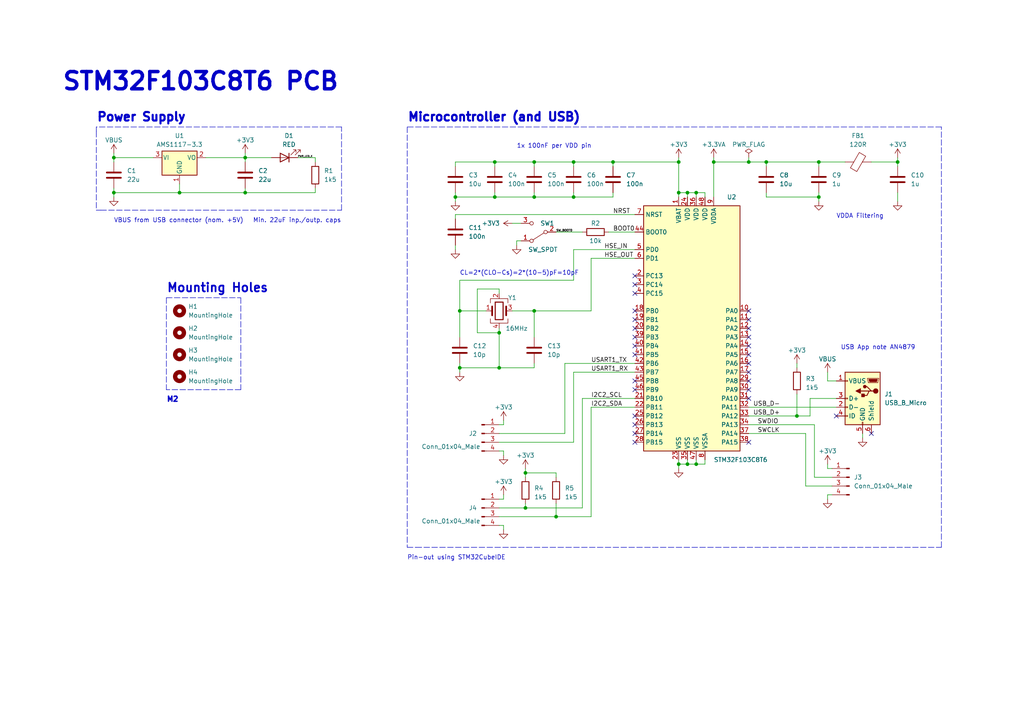
<source format=kicad_sch>
(kicad_sch (version 20211123) (generator eeschema)
  (paper "A4")
  (title_block (title "Udemy STM32 Demo PCB") (date "2022-01-29") (rev "0.1") (company "Phil's Lab"))
  (lib_symbols
    (symbol "Connector:Conn_01x04_Male" (pin_names (offset 1.016) hide)
      (property "Reference" "J" (at 0 5.08 0))
      (property "Value" "Conn_01x04_Male" (at 0 -7.62 0))
      (symbol "Conn_01x04_Male_1_1"
        (polyline (pts (xy 1.27 -5.08) (xy 0.8636 -5.08)) (stroke (width 0.1524)))
        (polyline (pts (xy 1.27 -2.54) (xy 0.8636 -2.54)) (stroke (width 0.1524)))
        (polyline (pts (xy 1.27 0) (xy 0.8636 0)) (stroke (width 0.1524)))
        (polyline (pts (xy 1.27 2.54) (xy 0.8636 2.54)) (stroke (width 0.1524)))
        (rectangle (start 0.8636 -4.953) (end 0 -5.207) (stroke (width 0.1524)) (fill (type outline)))
        (rectangle (start 0.8636 -2.413) (end 0 -2.667) (stroke (width 0.1524)) (fill (type outline)))
        (rectangle (start 0.8636 0.127) (end 0 -0.127) (stroke (width 0.1524)) (fill (type outline)))
        (rectangle (start 0.8636 2.667) (end 0 2.413) (stroke (width 0.1524)) (fill (type outline)))
        (pin passive line (at 5.08 2.54 180) (length 3.81) (name "Pin_1") (number "1"))
        (pin passive line (at 5.08 0 180) (length 3.81) (name "Pin_2") (number "2"))
        (pin passive line (at 5.08 -2.54 180) (length 3.81) (name "Pin_3") (number "3"))
        (pin passive line (at 5.08 -5.08 180) (length 3.81) (name "Pin_4") (number "4"))
      )
    )
    (symbol "Connector:USB_B_Micro" (pin_names (offset 1.016))
      (property "Reference" "J" (at -5.08 11.43 0))
      (property "Value" "USB_B_Micro" (at -5.08 8.89 0))
      (symbol "USB_B_Micro_0_1"
        (rectangle (start -5.08 -7.62) (end 5.08 7.62) (stroke (width 0.254)) (fill (type background)))
        (circle (center -3.81 2.159) (radius 0.635) (stroke (width 0.254)) (fill (type outline)))
        (circle (center -0.635 3.429) (radius 0.381) (stroke (width 0.254)) (fill (type outline)))
        (rectangle (start -0.127 -7.62) (end 0.127 -6.858))
        (polyline (pts (xy -1.905 2.159) (xy 0.635 2.159)) (stroke (width 0.254)))
        (polyline (pts (xy -3.175 2.159) (xy -2.54 2.159) (xy -1.27 3.429) (xy -0.635 3.429)) (stroke (width 0.254)))
        (polyline (pts (xy -2.54 2.159) (xy -1.905 2.159) (xy -1.27 0.889) (xy 0 0.889)) (stroke (width 0.254)))
        (polyline (pts (xy 0.635 2.794) (xy 0.635 1.524) (xy 1.905 2.159) (xy 0.635 2.794)) (stroke (width 0.254)) (fill (type outline)))
        (polyline (pts (xy -4.318 5.588) (xy -1.778 5.588) (xy -2.032 4.826) (xy -4.064 4.826) (xy -4.318 5.588)) (fill (type outline)))
        (polyline (pts (xy -4.699 5.842) (xy -4.699 5.588) (xy -4.445 4.826) (xy -4.445 4.572) (xy -1.651 4.572) (xy -1.651 4.826) (xy -1.397 5.588) (xy -1.397 5.842) (xy -4.699 5.842)))
        (rectangle (start 0.254 1.27) (end -0.508 0.508) (stroke (width 0.254)) (fill (type outline)))
        (rectangle (start 5.08 -5.207) (end 4.318 -4.953))
        (rectangle (start 5.08 -2.667) (end 4.318 -2.413))
        (rectangle (start 5.08 -0.127) (end 4.318 0.127))
        (rectangle (start 5.08 4.953) (end 4.318 5.207))
      )
      (symbol "USB_B_Micro_1_1"
        (pin power_out line (at 7.62 5.08 180) (length 2.54) (name "VBUS") (number "1"))
        (pin bidirectional line (at 7.62 -2.54 180) (length 2.54) (name "D-") (number "2"))
        (pin bidirectional line (at 7.62 0 180) (length 2.54) (name "D+") (number "3"))
        (pin passive line (at 7.62 -5.08 180) (length 2.54) (name "ID") (number "4"))
        (pin power_out line (at 0 -10.16 90) (length 2.54) (name "GND") (number "5"))
        (pin passive line (at -2.54 -10.16 90) (length 2.54) (name "Shield") (number "6"))
      )
    )
    (symbol "Device:C" (pin_numbers hide) (pin_names (offset 0.254))
      (property "Reference" "C" (at 0.635 2.54 0))
      (property "Value" "C" (at 0.635 -2.54 0))
      (symbol "C_0_1"
        (polyline (pts (xy -2.032 -0.762) (xy 2.032 -0.762)) (stroke (width 0.508)))
        (polyline (pts (xy -2.032 0.762) (xy 2.032 0.762)) (stroke (width 0.508)))
      )
      (symbol "C_1_1"
        (pin passive line (at 0 3.81 270) (length 2.794) (name "~") (number "1"))
        (pin passive line (at 0 -3.81 90) (length 2.794) (name "~") (number "2"))
      )
    )
    (symbol "Device:Crystal_GND24" (pin_names (offset 1.016) hide)
      (property "Reference" "Y" (at 3.175 5.08 0))
      (property "Value" "Crystal_GND24" (at 3.175 3.175 0))
      (symbol "Crystal_GND24_0_1"
        (rectangle (start -1.143 2.54) (end 1.143 -2.54) (stroke (width 0.3048)))
        (polyline (pts (xy -2.54 0) (xy -2.032 0)))
        (polyline (pts (xy -2.032 -1.27) (xy -2.032 1.27)) (stroke (width 0.508)))
        (polyline (pts (xy 0 -3.81) (xy 0 -3.556)))
        (polyline (pts (xy 0 3.556) (xy 0 3.81)))
        (polyline (pts (xy 2.032 -1.27) (xy 2.032 1.27)) (stroke (width 0.508)))
        (polyline (pts (xy 2.032 0) (xy 2.54 0)))
        (polyline (pts (xy -2.54 -2.286) (xy -2.54 -3.556) (xy 2.54 -3.556) (xy 2.54 -2.286)))
        (polyline (pts (xy -2.54 2.286) (xy -2.54 3.556) (xy 2.54 3.556) (xy 2.54 2.286)))
      )
      (symbol "Crystal_GND24_1_1"
        (pin passive line (at -3.81 0 0) (length 1.27) (name "1") (number "1"))
        (pin passive line (at 0 5.08 270) (length 1.27) (name "2") (number "2"))
        (pin passive line (at 3.81 0 180) (length 1.27) (name "3") (number "3"))
        (pin passive line (at 0 -5.08 90) (length 1.27) (name "4") (number "4"))
      )
    )
    (symbol "Device:FerriteBead" (pin_numbers hide) (pin_names (offset 0))
      (property "Reference" "FB" (at -3.81 0.635 90))
      (property "Value" "FerriteBead" (at 3.81 0 90))
      (symbol "FerriteBead_0_1"
        (polyline (pts (xy 0 -1.27) (xy 0 -1.2192)))
        (polyline (pts (xy 0 1.27) (xy 0 1.2954)))
        (polyline (pts (xy -2.7686 0.4064) (xy -1.7018 2.2606) (xy 2.7686 -0.3048) (xy 1.6764 -2.159) (xy -2.7686 0.4064)))
      )
      (symbol "FerriteBead_1_1"
        (pin passive line (at 0 3.81 270) (length 2.54) (name "~") (number "1"))
        (pin passive line (at 0 -3.81 90) (length 2.54) (name "~") (number "2"))
      )
    )
    (symbol "Device:LED" (pin_numbers hide) (pin_names (offset 1.016) hide)
      (property "Reference" "D" (at 0 2.54 0))
      (property "Value" "LED" (at 0 -2.54 0))
      (symbol "LED_0_1"
        (polyline (pts (xy -1.27 -1.27) (xy -1.27 1.27)) (stroke (width 0.254)))
        (polyline (pts (xy -1.27 0) (xy 1.27 0)))
        (polyline (pts (xy 1.27 -1.27) (xy 1.27 1.27) (xy -1.27 0) (xy 1.27 -1.27)) (stroke (width 0.254)))
        (polyline (pts (xy -3.048 -0.762) (xy -4.572 -2.286) (xy -3.81 -2.286) (xy -4.572 -2.286) (xy -4.572 -1.524)))
        (polyline (pts (xy -1.778 -0.762) (xy -3.302 -2.286) (xy -2.54 -2.286) (xy -3.302 -2.286) (xy -3.302 -1.524)))
      )
      (symbol "LED_1_1"
        (pin passive line (at -3.81 0 0) (length 2.54) (name "K") (number "1"))
        (pin passive line (at 3.81 0 180) (length 2.54) (name "A") (number "2"))
      )
    )
    (symbol "Device:R" (pin_numbers hide) (pin_names (offset 0))
      (property "Reference" "R" (at 2.032 0 90))
      (property "Value" "R" (at 0 0 90))
      (symbol "R_0_1"
        (rectangle (start -1.016 -2.54) (end 1.016 2.54) (stroke (width 0.254)))
      )
      (symbol "R_1_1"
        (pin passive line (at 0 3.81 270) (length 1.27) (name "~") (number "1"))
        (pin passive line (at 0 -3.81 90) (length 1.27) (name "~") (number "2"))
      )
    )
    (symbol "MCU_ST_STM32F1:STM32F103C8Tx"
      (property "Reference" "U" (at -15.24 36.83 0))
      (property "Value" "STM32F103C8Tx" (at 7.62 36.83 0))
      (symbol "STM32F103C8Tx_0_1"
        (rectangle (start -15.24 -35.56) (end 12.7 35.56) (stroke (width 0.254)) (fill (type background)))
      )
      (symbol "STM32F103C8Tx_1_1"
        (pin power_in line (at -5.08 38.1 270) (length 2.54) (name "VBAT") (number "1"))
        (pin bidirectional line (at 15.24 5.08 180) (length 2.54) (name "PA0") (number "10"))
        (pin bidirectional line (at 15.24 2.54 180) (length 2.54) (name "PA1") (number "11"))
        (pin bidirectional line (at 15.24 0 180) (length 2.54) (name "PA2") (number "12"))
        (pin bidirectional line (at 15.24 -2.54 180) (length 2.54) (name "PA3") (number "13"))
        (pin bidirectional line (at 15.24 -5.08 180) (length 2.54) (name "PA4") (number "14"))
        (pin bidirectional line (at 15.24 -7.62 180) (length 2.54) (name "PA5") (number "15"))
        (pin bidirectional line (at 15.24 -10.16 180) (length 2.54) (name "PA6") (number "16"))
        (pin bidirectional line (at 15.24 -12.7 180) (length 2.54) (name "PA7") (number "17"))
        (pin bidirectional line (at -17.78 5.08 0) (length 2.54) (name "PB0") (number "18"))
        (pin bidirectional line (at -17.78 2.54 0) (length 2.54) (name "PB1") (number "19"))
        (pin bidirectional line (at -17.78 15.24 0) (length 2.54) (name "PC13") (number "2"))
        (pin bidirectional line (at -17.78 0 0) (length 2.54) (name "PB2") (number "20"))
        (pin bidirectional line (at -17.78 -20.32 0) (length 2.54) (name "PB10") (number "21"))
        (pin bidirectional line (at -17.78 -22.86 0) (length 2.54) (name "PB11") (number "22"))
        (pin power_in line (at -5.08 -38.1 90) (length 2.54) (name "VSS") (number "23"))
        (pin power_in line (at -2.54 38.1 270) (length 2.54) (name "VDD") (number "24"))
        (pin bidirectional line (at -17.78 -25.4 0) (length 2.54) (name "PB12") (number "25"))
        (pin bidirectional line (at -17.78 -27.94 0) (length 2.54) (name "PB13") (number "26"))
        (pin bidirectional line (at -17.78 -30.48 0) (length 2.54) (name "PB14") (number "27"))
        (pin bidirectional line (at -17.78 -33.02 0) (length 2.54) (name "PB15") (number "28"))
        (pin bidirectional line (at 15.24 -15.24 180) (length 2.54) (name "PA8") (number "29"))
        (pin bidirectional line (at -17.78 12.7 0) (length 2.54) (name "PC14") (number "3"))
        (pin bidirectional line (at 15.24 -17.78 180) (length 2.54) (name "PA9") (number "30"))
        (pin bidirectional line (at 15.24 -20.32 180) (length 2.54) (name "PA10") (number "31"))
        (pin bidirectional line (at 15.24 -22.86 180) (length 2.54) (name "PA11") (number "32"))
        (pin bidirectional line (at 15.24 -25.4 180) (length 2.54) (name "PA12") (number "33"))
        (pin bidirectional line (at 15.24 -27.94 180) (length 2.54) (name "PA13") (number "34"))
        (pin power_in line (at -2.54 -38.1 90) (length 2.54) (name "VSS") (number "35"))
        (pin power_in line (at 0 38.1 270) (length 2.54) (name "VDD") (number "36"))
        (pin bidirectional line (at 15.24 -30.48 180) (length 2.54) (name "PA14") (number "37"))
        (pin bidirectional line (at 15.24 -33.02 180) (length 2.54) (name "PA15") (number "38"))
        (pin bidirectional line (at -17.78 -2.54 0) (length 2.54) (name "PB3") (number "39"))
        (pin bidirectional line (at -17.78 10.16 0) (length 2.54) (name "PC15") (number "4"))
        (pin bidirectional line (at -17.78 -5.08 0) (length 2.54) (name "PB4") (number "40"))
        (pin bidirectional line (at -17.78 -7.62 0) (length 2.54) (name "PB5") (number "41"))
        (pin bidirectional line (at -17.78 -10.16 0) (length 2.54) (name "PB6") (number "42"))
        (pin bidirectional line (at -17.78 -12.7 0) (length 2.54) (name "PB7") (number "43"))
        (pin input line (at -17.78 27.94 0) (length 2.54) (name "BOOT0") (number "44"))
        (pin bidirectional line (at -17.78 -15.24 0) (length 2.54) (name "PB8") (number "45"))
        (pin bidirectional line (at -17.78 -17.78 0) (length 2.54) (name "PB9") (number "46"))
        (pin power_in line (at 0 -38.1 90) (length 2.54) (name "VSS") (number "47"))
        (pin power_in line (at 2.54 38.1 270) (length 2.54) (name "VDD") (number "48"))
        (pin input line (at -17.78 22.86 0) (length 2.54) (name "PD0") (number "5"))
        (pin input line (at -17.78 20.32 0) (length 2.54) (name "PD1") (number "6"))
        (pin input line (at -17.78 33.02 0) (length 2.54) (name "NRST") (number "7"))
        (pin power_in line (at 2.54 -38.1 90) (length 2.54) (name "VSSA") (number "8"))
        (pin power_in line (at 5.08 38.1 270) (length 2.54) (name "VDDA") (number "9"))
      )
    )
    (symbol "Mechanical:MountingHole" (pin_names (offset 1.016))
      (property "Reference" "H" (at 0 5.08 0))
      (property "Value" "MountingHole" (at 0 3.175 0))
      (symbol "MountingHole_0_1"
        (circle (center 0 0) (radius 1.27) (stroke (width 1.27)))
      )
    )
    (symbol "Regulator_Linear:AMS1117-3.3" (pin_names (offset 0.254))
      (property "Reference" "U" (at -3.81 3.175 0))
      (property "Value" "AMS1117-3.3" (at 0 3.175 0))
      (symbol "AMS1117-3.3_0_1"
        (rectangle (start -5.08 -5.08) (end 5.08 1.905) (stroke (width 0.254)) (fill (type background)))
      )
      (symbol "AMS1117-3.3_1_1"
        (pin power_in line (at 0 -7.62 90) (length 2.54) (name "GND") (number "1"))
        (pin power_out line (at 7.62 0 180) (length 2.54) (name "VO") (number "2"))
        (pin power_in line (at -7.62 0 0) (length 2.54) (name "VI") (number "3"))
      )
    )
    (symbol "Switch:SW_SPDT" (pin_names (offset 0) hide)
      (property "Reference" "SW" (at 0 4.318 0))
      (property "Value" "SW_SPDT" (at 0 -5.08 0))
      (symbol "SW_SPDT_0_0"
        (circle (center -2.032 0) (radius 0.508))
        (circle (center 2.032 -2.54) (radius 0.508))
      )
      (symbol "SW_SPDT_0_1"
        (polyline (pts (xy -1.524 0.254) (xy 1.651 2.286)))
        (circle (center 2.032 2.54) (radius 0.508))
      )
      (symbol "SW_SPDT_1_1"
        (pin passive line (at 5.08 2.54 180) (length 2.54) (name "A") (number "1"))
        (pin passive line (at -5.08 0 0) (length 2.54) (name "B") (number "2"))
        (pin passive line (at 5.08 -2.54 180) (length 2.54) (name "C") (number "3"))
      )
    )
    (symbol "power:+3.3V" (power) (pin_names (offset 0))
      (property "Value" "+3.3V" (at 0 3.556 0))
      (symbol "+3.3V_0_1"
        (polyline (pts (xy -0.762 1.27) (xy 0 2.54)))
        (polyline (pts (xy 0 0) (xy 0 2.54)))
        (polyline (pts (xy 0 2.54) (xy 0.762 1.27)))
      )
      (symbol "+3.3V_1_1"
        (pin power_in line (at 0 0 90) (length 0) hide (name "+3V3") (number "1"))
      )
    )
    (symbol "power:+3.3VA" (power) (pin_names (offset 0))
      (property "Value" "+3.3VA" (at 0 3.556 0))
      (symbol "+3.3VA_0_1"
        (polyline (pts (xy -0.762 1.27) (xy 0 2.54)))
        (polyline (pts (xy 0 0) (xy 0 2.54)))
        (polyline (pts (xy 0 2.54) (xy 0.762 1.27)))
      )
      (symbol "+3.3VA_1_1"
        (pin power_in line (at 0 0 90) (length 0) hide (name "+3.3VA") (number "1"))
      )
    )
    (symbol "power:GND" (power) (pin_names (offset 0))
      (property "Value" "GND" (at 0 -3.81 0))
      (symbol "GND_0_1"
        (polyline (pts (xy 0 0) (xy 0 -1.27) (xy 1.27 -1.27) (xy 0 -2.54) (xy -1.27 -1.27) (xy 0 -1.27)))
      )
      (symbol "GND_1_1"
        (pin power_in line (at 0 0 270) (length 0) hide (name "GND") (number "1"))
      )
    )
    (symbol "power:PWR_FLAG" (power) (pin_numbers hide) (pin_names (offset 0) hide)
      (property "Value" "PWR_FLAG" (at 0 3.81 0))
      (symbol "PWR_FLAG_0_0"
        (pin power_out line (at 0 0 90) (length 0) (name "pwr") (number "1"))
      )
      (symbol "PWR_FLAG_0_1"
        (polyline (pts (xy 0 0) (xy 0 1.27) (xy -1.016 1.905) (xy 0 2.54) (xy 1.016 1.905) (xy 0 1.27)))
      )
    )
    (symbol "power:VBUS" (power) (pin_names (offset 0))
      (property "Value" "VBUS" (at 0 3.81 0))
      (symbol "VBUS_0_1"
        (polyline (pts (xy -0.762 1.27) (xy 0 2.54)))
        (polyline (pts (xy 0 0) (xy 0 2.54)))
        (polyline (pts (xy 0 2.54) (xy 0.762 1.27)))
      )
      (symbol "VBUS_1_1"
        (pin power_in line (at 0 0 90) (length 0) hide (name "VBUS") (number "1"))
      )
    )
  )
  (junction (at 161.29 149.86))
  (junction (at 71.12 55.88))
  (junction (at 166.37 46.99))
  (junction (at 196.85 46.99))
  (junction (at 144.78 106.68))
  (junction (at 222.25 46.99))
  (junction (at 33.02 55.88))
  (junction (at 201.93 134.62))
  (junction (at 143.51 46.99))
  (junction (at 260.35 46.99))
  (junction (at 201.93 55.88))
  (junction (at 217.17 46.99))
  (junction (at 177.8 46.99))
  (junction (at 154.94 57.15))
  (junction (at 143.51 57.15))
  (junction (at 154.94 46.99))
  (junction (at 152.4 137.16))
  (junction (at 199.39 55.88))
  (junction (at 144.78 96.52))
  (junction (at 199.39 134.62))
  (junction (at 71.12 45.72))
  (junction (at 152.4 147.32))
  (junction (at 154.94 90.17))
  (junction (at 133.35 106.68))
  (junction (at 207.01 46.99))
  (junction (at 166.37 57.15))
  (junction (at 133.35 90.17))
  (junction (at 237.49 57.15))
  (junction (at 237.49 46.99))
  (junction (at 33.02 45.72))
  (junction (at 52.07 55.88))
  (junction (at 196.85 55.88))
  (junction (at 196.85 134.62))
  (junction (at 132.08 57.15))
  (junction (at 231.14 120.65))
  (no_connect (at 217.17 113.03))
  (no_connect (at 217.17 90.17))
  (no_connect (at 217.17 128.27))
  (no_connect (at 217.17 102.87))
  (no_connect (at 184.15 120.65))
  (no_connect (at 217.17 107.95))
  (no_connect (at 217.17 97.79))
  (no_connect (at 217.17 110.49))
  (no_connect (at 184.15 85.09))
  (no_connect (at 217.17 92.71))
  (no_connect (at 184.15 80.01))
  (no_connect (at 184.15 128.27))
  (no_connect (at 252.73 125.73))
  (no_connect (at 184.15 92.71))
  (no_connect (at 184.15 123.19))
  (no_connect (at 184.15 95.25))
  (no_connect (at 184.15 125.73))
  (no_connect (at 184.15 100.33))
  (no_connect (at 184.15 102.87))
  (no_connect (at 184.15 82.55))
  (no_connect (at 184.15 90.17))
  (no_connect (at 217.17 100.33))
  (no_connect (at 242.57 120.65))
  (no_connect (at 217.17 95.25))
  (no_connect (at 184.15 113.03))
  (no_connect (at 217.17 115.57))
  (no_connect (at 184.15 97.79))
  (no_connect (at 217.17 105.41))
  (no_connect (at 184.15 110.49))
  (wire (pts (xy 240.03 143.51) (xy 240.03 144.78)))
  (wire (pts (xy 161.29 67.31) (xy 168.91 67.31)))
  (wire (pts (xy 207.01 46.99) (xy 207.01 57.15)))
  (wire (pts (xy 144.78 152.4) (xy 146.05 152.4)))
  (wire (pts (xy 71.12 45.72) (xy 59.69 45.72)))
  (wire (pts (xy 222.25 55.88) (xy 222.25 57.15)))
  (wire (pts (xy 171.45 90.17) (xy 154.94 90.17)))
  (wire (pts (xy 143.51 57.15) (xy 143.51 55.88)))
  (wire (pts (xy 149.86 69.85) (xy 149.86 71.12)))
  (wire (pts (xy 152.4 146.05) (xy 152.4 147.32)))
  (wire (pts (xy 204.47 134.62) (xy 201.93 134.62)))
  (wire (pts (xy 154.94 46.99) (xy 143.51 46.99)))
  (wire (pts (xy 71.12 44.45) (xy 71.12 45.72)))
  (wire (pts (xy 132.08 63.5) (xy 132.08 62.23)))
  (wire (pts (xy 163.83 105.41) (xy 163.83 125.73)))
  (wire (pts (xy 217.17 123.19) (xy 236.22 123.19)))
  (polyline (pts (xy 99.06 60.96) (xy 99.06 38.1)))
  (wire (pts (xy 196.85 133.35) (xy 196.85 134.62)))
  (wire (pts (xy 166.37 107.95) (xy 166.37 128.27)))
  (polyline (pts (xy 99.06 36.83) (xy 99.06 38.1)))
  (wire (pts (xy 231.14 105.41) (xy 231.14 106.68)))
  (wire (pts (xy 144.78 106.68) (xy 154.94 106.68)))
  (wire (pts (xy 176.53 67.31) (xy 184.15 67.31)))
  (wire (pts (xy 222.25 46.99) (xy 222.25 48.26)))
  (wire (pts (xy 234.95 115.57) (xy 242.57 115.57)))
  (wire (pts (xy 132.08 57.15) (xy 143.51 57.15)))
  (wire (pts (xy 161.29 149.86) (xy 171.45 149.86)))
  (wire (pts (xy 152.4 135.89) (xy 152.4 137.16)))
  (wire (pts (xy 133.35 81.28) (xy 133.35 90.17)))
  (polyline (pts (xy 99.06 36.83) (xy 27.94 36.83)))
  (wire (pts (xy 91.44 55.88) (xy 71.12 55.88)))
  (polyline (pts (xy 69.85 86.36) (xy 69.85 113.03)))
  (wire (pts (xy 152.4 147.32) (xy 168.91 147.32)))
  (polyline (pts (xy 69.85 113.03) (xy 48.26 113.03)))
  (wire (pts (xy 146.05 123.19) (xy 144.78 123.19)))
  (polyline (pts (xy 27.94 36.83) (xy 27.94 38.1)))
  (wire (pts (xy 166.37 46.99) (xy 154.94 46.99)))
  (wire (pts (xy 171.45 118.11) (xy 171.45 149.86)))
  (wire (pts (xy 144.78 130.81) (xy 146.05 130.81)))
  (wire (pts (xy 144.78 125.73) (xy 163.83 125.73)))
  (wire (pts (xy 133.35 105.41) (xy 133.35 106.68)))
  (wire (pts (xy 166.37 72.39) (xy 184.15 72.39)))
  (wire (pts (xy 146.05 152.4) (xy 146.05 153.67)))
  (wire (pts (xy 166.37 55.88) (xy 166.37 57.15)))
  (wire (pts (xy 152.4 137.16) (xy 152.4 138.43)))
  (wire (pts (xy 154.94 106.68) (xy 154.94 105.41)))
  (wire (pts (xy 144.78 149.86) (xy 161.29 149.86)))
  (wire (pts (xy 143.51 46.99) (xy 143.51 48.26)))
  (wire (pts (xy 201.93 55.88) (xy 204.47 55.88)))
  (wire (pts (xy 177.8 57.15) (xy 166.37 57.15)))
  (wire (pts (xy 154.94 57.15) (xy 143.51 57.15)))
  (wire (pts (xy 161.29 146.05) (xy 161.29 149.86)))
  (wire (pts (xy 132.08 71.12) (xy 132.08 72.39)))
  (wire (pts (xy 33.02 55.88) (xy 33.02 57.15)))
  (wire (pts (xy 204.47 133.35) (xy 204.47 134.62)))
  (wire (pts (xy 236.22 138.43) (xy 241.3 138.43)))
  (wire (pts (xy 234.95 120.65) (xy 234.95 115.57)))
  (wire (pts (xy 196.85 55.88) (xy 199.39 55.88)))
  (wire (pts (xy 196.85 134.62) (xy 196.85 135.89)))
  (wire (pts (xy 177.8 46.99) (xy 196.85 46.99)))
  (wire (pts (xy 201.93 133.35) (xy 201.93 134.62)))
  (wire (pts (xy 154.94 46.99) (xy 154.94 48.26)))
  (wire (pts (xy 199.39 55.88) (xy 201.93 55.88)))
  (wire (pts (xy 166.37 72.39) (xy 166.37 81.28)))
  (wire (pts (xy 199.39 55.88) (xy 199.39 57.15)))
  (wire (pts (xy 133.35 90.17) (xy 140.97 90.17)))
  (wire (pts (xy 177.8 55.88) (xy 177.8 57.15)))
  (wire (pts (xy 199.39 134.62) (xy 196.85 134.62)))
  (wire (pts (xy 52.07 55.88) (xy 52.07 53.34)))
  (wire (pts (xy 166.37 107.95) (xy 184.15 107.95)))
  (wire (pts (xy 71.12 55.88) (xy 71.12 54.61)))
  (wire (pts (xy 201.93 134.62) (xy 199.39 134.62)))
  (wire (pts (xy 207.01 46.99) (xy 217.17 46.99)))
  (wire (pts (xy 144.78 128.27) (xy 166.37 128.27)))
  (wire (pts (xy 236.22 123.19) (xy 236.22 138.43)))
  (wire (pts (xy 217.17 125.73) (xy 233.68 125.73)))
  (wire (pts (xy 217.17 45.72) (xy 217.17 46.99)))
  (wire (pts (xy 132.08 46.99) (xy 132.08 48.26)))
  (wire (pts (xy 143.51 46.99) (xy 132.08 46.99)))
  (polyline (pts (xy 27.94 38.1) (xy 27.94 60.96)))
  (wire (pts (xy 146.05 121.92) (xy 146.05 123.19)))
  (wire (pts (xy 260.35 46.99) (xy 260.35 48.26)))
  (wire (pts (xy 201.93 55.88) (xy 201.93 57.15)))
  (wire (pts (xy 86.36 45.72) (xy 91.44 45.72)))
  (wire (pts (xy 260.35 55.88) (xy 260.35 58.42)))
  (polyline (pts (xy 48.26 86.36) (xy 69.85 86.36)))
  (wire (pts (xy 196.85 55.88) (xy 196.85 57.15)))
  (wire (pts (xy 237.49 46.99) (xy 245.11 46.99)))
  (wire (pts (xy 144.78 106.68) (xy 144.78 96.52)))
  (wire (pts (xy 196.85 46.99) (xy 196.85 55.88)))
  (wire (pts (xy 132.08 62.23) (xy 184.15 62.23)))
  (wire (pts (xy 144.78 85.09) (xy 144.78 83.82)))
  (wire (pts (xy 217.17 118.11) (xy 242.57 118.11)))
  (wire (pts (xy 132.08 55.88) (xy 132.08 57.15)))
  (wire (pts (xy 151.13 69.85) (xy 149.86 69.85)))
  (wire (pts (xy 250.19 125.73) (xy 250.19 127)))
  (wire (pts (xy 204.47 55.88) (xy 204.47 57.15)))
  (wire (pts (xy 237.49 57.15) (xy 237.49 55.88)))
  (wire (pts (xy 71.12 46.99) (xy 71.12 45.72)))
  (wire (pts (xy 237.49 57.15) (xy 237.49 58.42)))
  (polyline (pts (xy 27.94 60.96) (xy 29.21 60.96)))
  (wire (pts (xy 240.03 107.95) (xy 240.03 110.49)))
  (wire (pts (xy 146.05 144.78) (xy 144.78 144.78)))
  (wire (pts (xy 231.14 120.65) (xy 234.95 120.65)))
  (polyline (pts (xy 118.11 36.83) (xy 118.11 158.75)))
  (wire (pts (xy 154.94 55.88) (xy 154.94 57.15)))
  (wire (pts (xy 144.78 147.32) (xy 152.4 147.32)))
  (wire (pts (xy 144.78 83.82) (xy 138.43 83.82)))
  (wire (pts (xy 144.78 96.52) (xy 144.78 95.25)))
  (wire (pts (xy 148.59 64.77) (xy 151.13 64.77)))
  (wire (pts (xy 217.17 120.65) (xy 231.14 120.65)))
  (wire (pts (xy 240.03 110.49) (xy 242.57 110.49)))
  (wire (pts (xy 177.8 46.99) (xy 177.8 48.26)))
  (wire (pts (xy 166.37 57.15) (xy 154.94 57.15)))
  (wire (pts (xy 240.03 135.89) (xy 240.03 134.62)))
  (wire (pts (xy 132.08 57.15) (xy 132.08 58.42)))
  (wire (pts (xy 207.01 45.72) (xy 207.01 46.99)))
  (wire (pts (xy 233.68 140.97) (xy 241.3 140.97)))
  (polyline (pts (xy 120.65 158.75) (xy 273.05 158.75)))
  (wire (pts (xy 154.94 90.17) (xy 148.59 90.17)))
  (wire (pts (xy 231.14 114.3) (xy 231.14 120.65)))
  (wire (pts (xy 196.85 45.72) (xy 196.85 46.99)))
  (wire (pts (xy 241.3 143.51) (xy 240.03 143.51)))
  (wire (pts (xy 171.45 74.93) (xy 171.45 90.17)))
  (wire (pts (xy 177.8 46.99) (xy 166.37 46.99)))
  (wire (pts (xy 252.73 46.99) (xy 260.35 46.99)))
  (wire (pts (xy 260.35 45.72) (xy 260.35 46.99)))
  (wire (pts (xy 133.35 90.17) (xy 133.35 97.79)))
  (wire (pts (xy 91.44 54.61) (xy 91.44 55.88)))
  (wire (pts (xy 222.25 57.15) (xy 237.49 57.15)))
  (wire (pts (xy 168.91 115.57) (xy 168.91 147.32)))
  (polyline (pts (xy 48.26 86.36) (xy 48.26 113.03)))
  (wire (pts (xy 133.35 106.68) (xy 133.35 107.95)))
  (polyline (pts (xy 273.05 36.83) (xy 118.11 36.83)))
  (wire (pts (xy 44.45 45.72) (xy 33.02 45.72)))
  (wire (pts (xy 146.05 130.81) (xy 146.05 132.08)))
  (wire (pts (xy 222.25 46.99) (xy 237.49 46.99)))
  (wire (pts (xy 166.37 46.99) (xy 166.37 48.26)))
  (wire (pts (xy 138.43 96.52) (xy 144.78 96.52)))
  (wire (pts (xy 133.35 106.68) (xy 144.78 106.68)))
  (wire (pts (xy 33.02 45.72) (xy 33.02 46.99)))
  (wire (pts (xy 71.12 45.72) (xy 78.74 45.72)))
  (wire (pts (xy 163.83 105.41) (xy 184.15 105.41)))
  (wire (pts (xy 52.07 55.88) (xy 71.12 55.88)))
  (wire (pts (xy 33.02 44.45) (xy 33.02 45.72)))
  (wire (pts (xy 146.05 143.51) (xy 146.05 144.78)))
  (wire (pts (xy 33.02 54.61) (xy 33.02 55.88)))
  (wire (pts (xy 199.39 133.35) (xy 199.39 134.62)))
  (wire (pts (xy 233.68 125.73) (xy 233.68 140.97)))
  (wire (pts (xy 171.45 118.11) (xy 184.15 118.11)))
  (wire (pts (xy 168.91 115.57) (xy 184.15 115.57)))
  (wire (pts (xy 152.4 137.16) (xy 161.29 137.16)))
  (wire (pts (xy 217.17 46.99) (xy 222.25 46.99)))
  (polyline (pts (xy 273.05 158.75) (xy 273.05 36.83)))
  (wire (pts (xy 166.37 81.28) (xy 133.35 81.28)))
  (wire (pts (xy 154.94 90.17) (xy 154.94 97.79)))
  (wire (pts (xy 241.3 135.89) (xy 240.03 135.89)))
  (polyline (pts (xy 118.11 158.75) (xy 120.65 158.75)))
  (wire (pts (xy 138.43 83.82) (xy 138.43 96.52)))
  (polyline (pts (xy 29.21 60.96) (xy 99.06 60.96)))
  (wire (pts (xy 171.45 74.93) (xy 184.15 74.93)))
  (wire (pts (xy 237.49 46.99) (xy 237.49 48.26)))
  (wire (pts (xy 33.02 55.88) (xy 52.07 55.88)))
  (wire (pts (xy 161.29 137.16) (xy 161.29 138.43)))
  (wire (pts (xy 91.44 45.72) (xy 91.44 46.99)))
  (text "VBUS from USB connector (nom. +5V)   Min. 22uF inp./outp. caps" (at 33.02 64.77 0) (effects (font (size 1.27 1.27)) (justify left bottom)))
  (text "Power Supply" (at 27.94 35.56 0) (effects (font (size 2.5 2.5) (thickness 0.6) bold) (justify left bottom)))
  (text "Microcontroller (and USB)" (at 118.11 35.56 0) (effects (font (size 2.5 2.5) (thickness 0.6) bold) (justify left bottom)))
  (text "Mounting Holes" (at 48.26 85.09 0) (effects (font (size 2.5 2.5) (thickness 0.5) bold) (justify left bottom)))
  (text "M2" (at 48.26 116.84 0) (effects (font (size 1.5 1.5) (thickness 0.5) bold) (justify left bottom)))
  (text "1x 100nF per VDD pin" (at 149.86 43.18 0) (effects (font (size 1.27 1.27)) (justify left bottom)))
  (text "VDDA Filtering" (at 242.57 63.5 0) (effects (font (size 1.27 1.27)) (justify left bottom)))
  (text "STM32F103C8T6 PCB" (at 17.78 26.67 0) (effects (font (size 5 5) bold) (justify left bottom)))
  (text "USB App note AN4879" (at 243.84 101.6 0) (effects (font (size 1.27 1.27)) (justify left bottom)))
  (text "Pin-out using STM32CubeIDE" (at 118.11 162.56 0) (effects (font (size 1.27 1.27)) (justify left bottom)))
  (text "CL=2*(CLO-Cs)=2*(10-5)pF=10pF" (at 133.35 80.01 0) (effects (font (size 1.27 1.27)) (justify left bottom)))
  (label "PWR_LED_K" (at 86.36 45.72 0) (effects (font (size 0.5 0.5))))
  (label "NRST" (at 177.8 62.23 0))
  (label "USB_D-" (at 218.44 118.11 0))
  (label "SW_BOOT0" (at 161.29 67.31 0) (effects (font (size 0.6 0.6))))
  (label "I2C2_SCL" (at 171.45 115.57 0))
  (label "I2C2_SDA" (at 171.45 118.11 0))
  (label "USART1_RX" (at 171.45 107.95 0))
  (label "SWCLK" (at 219.71 125.73 0))
  (label "BOOT0" (at 177.8 67.31 0))
  (label "USB_D+" (at 218.44 120.65 0))
  (label "USART1_TX" (at 171.45 105.41 0))
  (label "SWDIO" (at 219.71 123.19 0))
  (label "HSE_IN" (at 175.26 72.39 0))
  (label "HSE_OUT" (at 175.26 74.93 0))
  (symbol (lib_id "Device:C") (at 177.8 52.07 0) (unit 1)
    (property "Reference" "C7" (at 181.61 50.7999 0) (effects (justify left)))
    (property "Value" "100n" (at 181.61 53.3399 0) (effects (justify left)))
    (property "Footprint" "Capacitor_SMD:C_0402_1005Metric" (effects hide))
  )
  (symbol (lib_id "power:GND") (at 240.03 144.78 0) (unit 1)
    (property "Reference" "#PWR0109" (effects hide))
    (property "Value" "GND" (effects hide))
  )
  (symbol (lib_id "Device:R") (at 231.14 110.49 0) (unit 1)
    (property "Reference" "R3" (at 233.68 109.855 0) (effects (justify left)))
    (property "Value" "1k5" (at 233.68 112.395 0) (effects (justify left)))
    (property "Footprint" "Resistor_SMD:R_0402_1005Metric" (effects hide))
  )
  (symbol (lib_id "power:GND") (at 33.02 57.15 0) (unit 1)
    (property "Reference" "#PWR0118" (effects hide))
    (property "Value" "GND" (effects hide))
  )
  (symbol (lib_id "Device:C") (at 33.02 50.8 0) (unit 1)
    (property "Reference" "C1" (at 36.83 49.5299 0) (effects (justify left)))
    (property "Value" "22u" (at 36.83 52.0699 0) (effects (justify left)))
    (property "Footprint" "Capacitor_SMD:C_0805_2012Metric" (effects hide))
  )
  (symbol (lib_id "Device:R") (at 91.44 50.8 0) (unit 1)
    (property "Reference" "R1" (at 93.98 49.5299 0) (effects (justify left)))
    (property "Value" "1k5" (at 93.98 52.0699 0) (effects (justify left)))
    (property "Footprint" "Resistor_SMD:R_0402_1005Metric" (effects hide))
  )
  (symbol (lib_id "power:+3.3V") (at 146.05 143.51 0) (unit 1)
    (property "Reference" "#PWR0115" (effects hide))
    (property "Value" "+3.3V" (at 146.05 139.7 0))
  )
  (symbol (lib_id "Device:FerriteBead") (at 248.92 46.99 90) (unit 1)
    (property "Reference" "FB1" (at 248.8692 39.37 90))
    (property "Value" "120R" (at 248.8692 41.91 90))
    (property "Footprint" "Inductor_SMD:L_0603_1608Metric" (effects hide))
  )
  (symbol (lib_id "power:+3.3V") (at 196.85 45.72 0) (unit 1)
    (property "Reference" "#PWR0110" (effects hide))
    (property "Value" "+3.3V" (at 196.85 41.91 0))
  )
  (symbol (lib_id "power:+3.3V") (at 146.05 121.92 0) (unit 1)
    (property "Reference" "#PWR0106" (effects hide))
    (property "Value" "+3.3V" (at 146.05 118.11 0))
  )
  (symbol (lib_id "power:GND") (at 146.05 153.67 0) (unit 1)
    (property "Reference" "#PWR0108" (effects hide))
    (property "Value" "GND" (effects hide))
  )
  (symbol (lib_id "power:GND") (at 146.05 132.08 0) (unit 1)
    (property "Reference" "#PWR0123" (effects hide))
    (property "Value" "GND" (effects hide))
  )
  (symbol (lib_id "Device:C") (at 237.49 52.07 0) (unit 1)
    (property "Reference" "C9" (at 241.3 50.7999 0) (effects (justify left)))
    (property "Value" "1u" (at 241.3 53.3399 0) (effects (justify left)))
    (property "Footprint" "Capacitor_SMD:C_0402_1005Metric" (effects hide))
  )
  (symbol (lib_id "power:GND") (at 250.19 127 0) (unit 1)
    (property "Reference" "#PWR0112" (effects hide))
    (property "Value" "GND" (effects hide))
  )
  (symbol (lib_id "Connector:Conn_01x04_Male") (at 139.7 125.73 0) (unit 1)
    (property "Reference" "J2" (at 137.16 125.73 0))
    (property "Value" "Conn_01x04_Male" (at 130.81 129.54 0))
    (property "Footprint" "Connector_PinHeader_2.54mm:PinHeader_1x04_P2.54mm_Vertical" (effects hide))
  )
  (symbol (lib_id "power:+3.3V") (at 260.35 45.72 0) (unit 1)
    (property "Reference" "#PWR0101" (effects hide))
    (property "Value" "+3.3V" (at 260.35 41.91 0))
  )
  (symbol (lib_id "Device:C") (at 154.94 52.07 0) (unit 1)
    (property "Reference" "C5" (at 158.75 50.7999 0) (effects (justify left)))
    (property "Value" "100n" (at 158.75 53.3399 0) (effects (justify left)))
    (property "Footprint" "Capacitor_SMD:C_0402_1005Metric" (effects hide))
  )
  (symbol (lib_id "Connector:USB_B_Micro") (at 250.19 115.57 0) (mirror y) (unit 1)
    (property "Reference" "J1" (at 256.54 114.2999 0) (effects (justify right)))
    (property "Value" "USB_B_Micro" (at 256.54 116.8399 0) (effects (justify right)))
    (property "Footprint" "Connector_USB:USB_Micro-B_Wuerth_629105150521" (effects hide))
  )
  (symbol (lib_id "power:GND") (at 196.85 135.89 0) (unit 1)
    (property "Reference" "#PWR0107" (effects hide))
    (property "Value" "GND" (effects hide))
  )
  (symbol (lib_id "MCU_ST_STM32F1:STM32F103C8Tx") (at 201.93 95.25 0) (unit 1)
    (property "Reference" "U2" (at 210.82 57.15 0) (effects (justify left)))
    (property "Value" "STM32F103C8T6" (at 207.01 133.35 0) (effects (justify left)))
    (property "Footprint" "Package_QFP:LQFP-48_7x7mm_P0.5mm" (effects hide))
    (property "Datasheet" "http://www.st.com/st-web-ui/static/active/en/resource/technical/document/datasheet/CD00161566.pdf" (effects hide))
  )
  (symbol (lib_id "power:+3.3V") (at 240.03 134.62 0) (unit 1)
    (property "Reference" "#PWR0113" (effects hide))
    (property "Value" "+3.3V" (at 240.03 130.81 0))
  )
  (symbol (lib_id "Connector:Conn_01x04_Male") (at 139.7 147.32 0) (unit 1)
    (property "Reference" "J4" (at 137.16 147.32 0))
    (property "Value" "Conn_01x04_Male" (at 130.81 151.13 0))
    (property "Footprint" "Connector_PinHeader_2.54mm:PinHeader_1x04_P2.54mm_Vertical" (effects hide))
  )
  (symbol (lib_id "Device:C") (at 71.12 50.8 0) (unit 1)
    (property "Reference" "C2" (at 74.93 49.5299 0) (effects (justify left)))
    (property "Value" "22u" (at 74.93 52.0699 0) (effects (justify left)))
    (property "Footprint" "Capacitor_SMD:C_0805_2012Metric" (effects hide))
  )
  (symbol (lib_id "Regulator_Linear:AMS1117-3.3") (at 52.07 45.72 0) (unit 1)
    (property "Reference" "U1" (at 52.07 39.37 0))
    (property "Value" "AMS1117-3.3" (at 52.07 41.91 0))
    (property "Footprint" "Package_TO_SOT_SMD:SOT-223-3_TabPin2" (effects hide))
    (property "Datasheet" "http://www.advanced-monolithic.com/pdf/ds1117.pdf" (effects hide))
  )
  (symbol (lib_id "power:GND") (at 132.08 58.42 0) (unit 1)
    (property "Reference" "#PWR0121" (effects hide))
    (property "Value" "GND" (effects hide))
  )
  (symbol (lib_id "Device:C") (at 166.37 52.07 0) (unit 1)
    (property "Reference" "C6" (at 170.18 50.7999 0) (effects (justify left)))
    (property "Value" "100n" (at 170.18 53.3399 0) (effects (justify left)))
    (property "Footprint" "Capacitor_SMD:C_0402_1005Metric" (effects hide))
  )
  (symbol (lib_id "Device:C") (at 132.08 52.07 0) (unit 1)
    (property "Reference" "C3" (at 135.89 50.7999 0) (effects (justify left)))
    (property "Value" "10u" (at 135.89 53.3399 0) (effects (justify left)))
    (property "Footprint" "Capacitor_SMD:C_0603_1608Metric" (effects hide))
  )
  (symbol (lib_id "Device:R") (at 152.4 142.24 0) (unit 1)
    (property "Reference" "R4" (at 154.94 141.605 0) (effects (justify left)))
    (property "Value" "1k5" (at 154.94 144.145 0) (effects (justify left)))
    (property "Footprint" "Resistor_SMD:R_0402_1005Metric" (effects hide))
  )
  (symbol (lib_id "Mechanical:MountingHole") (at 52.07 102.87 0) (unit 1)
    (property "Reference" "H3" (at 54.61 101.5999 0) (effects (justify left)))
    (property "Value" "MountingHole" (at 54.61 104.1399 0) (effects (justify left)))
    (property "Footprint" "MountingHole:MountingHole_2.2mm_M2" (effects hide))
  )
  (symbol (lib_id "Mechanical:MountingHole") (at 52.07 96.52 0) (unit 1)
    (property "Reference" "H2" (at 54.61 95.2499 0) (effects (justify left)))
    (property "Value" "MountingHole" (at 54.61 97.7899 0) (effects (justify left)))
    (property "Footprint" "MountingHole:MountingHole_2.2mm_M2" (effects hide))
  )
  (symbol (lib_id "power:+3.3V") (at 71.12 44.45 0) (unit 1)
    (property "Reference" "#PWR0117" (effects hide))
    (property "Value" "+3.3V" (at 71.12 40.64 0))
  )
  (symbol (lib_id "Device:C") (at 222.25 52.07 0) (unit 1)
    (property "Reference" "C8" (at 226.06 50.7999 0) (effects (justify left)))
    (property "Value" "10u" (at 226.06 53.3399 0) (effects (justify left)))
    (property "Footprint" "Capacitor_SMD:C_0402_1005Metric" (effects hide))
  )
  (symbol (lib_id "Device:LED") (at 82.55 45.72 180) (unit 1)
    (property "Reference" "D1" (at 83.82 39.37 0))
    (property "Value" "RED" (at 83.82 41.91 0))
    (property "Footprint" "LED_SMD:LED_0603_1608Metric" (effects hide))
  )
  (symbol (lib_id "Device:R") (at 172.72 67.31 90) (unit 1)
    (property "Reference" "R2" (at 172.72 64.77 90))
    (property "Value" "10k" (at 172.72 69.85 90))
    (property "Footprint" "Resistor_SMD:R_0402_1005Metric" (effects hide))
  )
  (symbol (lib_id "power:VBUS") (at 33.02 44.45 0) (unit 1)
    (property "Reference" "#PWR0116" (effects hide))
    (property "Value" "VBUS" (at 33.02 40.64 0))
  )
  (symbol (lib_id "power:+3.3V") (at 152.4 135.89 0) (unit 1)
    (property "Reference" "#PWR0122" (effects hide))
    (property "Value" "+3.3V" (at 152.4 132.08 0))
  )
  (symbol (lib_id "power:GND") (at 260.35 58.42 0) (unit 1)
    (property "Reference" "#PWR0103" (effects hide))
    (property "Value" "GND" (effects hide))
  )
  (symbol (lib_id "power:+3.3V") (at 148.59 64.77 90) (unit 1)
    (property "Reference" "#PWR0114" (effects hide))
    (property "Value" "+3.3V" (at 139.7 64.77 90) (effects (justify right)))
  )
  (symbol (lib_id "Device:C") (at 132.08 67.31 0) (unit 1)
    (property "Reference" "C11" (at 135.89 66.0399 0) (effects (justify left)))
    (property "Value" "100n" (at 135.89 68.5799 0) (effects (justify left)))
    (property "Footprint" "Capacitor_SMD:C_0402_1005Metric" (effects hide))
  )
  (symbol (lib_id "Device:R") (at 161.29 142.24 0) (unit 1)
    (property "Reference" "R5" (at 163.83 141.605 0) (effects (justify left)))
    (property "Value" "1k5" (at 163.83 144.145 0) (effects (justify left)))
    (property "Footprint" "Resistor_SMD:R_0402_1005Metric" (effects hide))
  )
  (symbol (lib_id "power:GND") (at 132.08 72.39 0) (unit 1)
    (property "Reference" "#PWR0120" (effects hide))
    (property "Value" "GND" (effects hide))
  )
  (symbol (lib_id "power:GND") (at 237.49 58.42 0) (unit 1)
    (property "Reference" "#PWR0102" (effects hide))
    (property "Value" "GND" (effects hide))
  )
  (symbol (lib_id "power:GND") (at 149.86 71.12 0) (unit 1)
    (property "Reference" "#PWR0124" (effects hide))
    (property "Value" "GND" (effects hide))
  )
  (symbol (lib_id "power:+3.3VA") (at 207.01 45.72 0) (unit 1)
    (property "Reference" "#PWR0111" (effects hide))
    (property "Value" "+3.3VA" (at 207.01 41.91 0))
  )
  (symbol (lib_id "Device:Crystal_GND24") (at 144.78 90.17 0) (unit 1)
    (property "Reference" "Y1" (at 148.59 86.36 0))
    (property "Value" "16MHz" (at 149.86 95.25 0))
    (property "Footprint" "Crystal:Crystal_SMD_3225-4Pin_3.2x2.5mm" (effects hide))
  )
  (symbol (lib_id "Switch:SW_SPDT") (at 156.21 67.31 180) (unit 1)
    (property "Reference" "SW1" (at 158.75 64.77 0))
    (property "Value" "SW_SPDT" (at 157.48 72.39 0))
    (property "Footprint" "Button_Switch_SMD:SW_SPDT_PCM12" (effects hide))
  )
  (symbol (lib_id "Device:C") (at 154.94 101.6 0) (unit 1)
    (property "Reference" "C13" (at 158.75 100.3299 0) (effects (justify left)))
    (property "Value" "10p" (at 158.75 102.8699 0) (effects (justify left)))
    (property "Footprint" "Capacitor_SMD:C_0402_1005Metric" (effects hide))
  )
  (symbol (lib_id "Connector:Conn_01x04_Male") (at 246.38 138.43 0) (mirror y) (unit 1)
    (property "Reference" "J3" (at 247.65 138.4299 0) (effects (justify right)))
    (property "Value" "Conn_01x04_Male" (at 247.65 140.9699 0) (effects (justify right)))
    (property "Footprint" "Connector_PinHeader_2.54mm:PinHeader_1x04_P2.54mm_Vertical" (effects hide))
  )
  (symbol (lib_id "Device:C") (at 133.35 101.6 0) (unit 1)
    (property "Reference" "C12" (at 137.16 100.3299 0) (effects (justify left)))
    (property "Value" "10p" (at 137.16 102.8699 0) (effects (justify left)))
    (property "Footprint" "Capacitor_SMD:C_0402_1005Metric" (effects hide))
  )
  (symbol (lib_id "power:VBUS") (at 240.03 107.95 0) (unit 1)
    (property "Reference" "#PWR0104" (effects hide))
    (property "Value" "VBUS" (at 240.03 104.14 0))
  )
  (symbol (lib_id "power:+3.3V") (at 231.14 105.41 0) (unit 1)
    (property "Reference" "#PWR0105" (effects hide))
    (property "Value" "+3.3V" (at 231.14 101.6 0))
  )
  (symbol (lib_id "power:PWR_FLAG") (at 217.17 45.72 0) (unit 1)
    (property "Reference" "#FLG0101" (effects hide))
    (property "Value" "PWR_FLAG" (at 217.17 41.91 0))
  )
  (symbol (lib_id "Device:C") (at 260.35 52.07 0) (unit 1)
    (property "Reference" "C10" (at 264.16 50.7999 0) (effects (justify left)))
    (property "Value" "1u" (at 264.16 53.3399 0) (effects (justify left)))
    (property "Footprint" "Capacitor_SMD:C_0402_1005Metric" (effects hide))
  )
  (symbol (lib_id "Device:C") (at 143.51 52.07 0) (unit 1)
    (property "Reference" "C4" (at 147.32 50.7999 0) (effects (justify left)))
    (property "Value" "100n" (at 147.32 53.3399 0) (effects (justify left)))
    (property "Footprint" "Capacitor_SMD:C_0402_1005Metric" (effects hide))
  )
  (symbol (lib_id "Mechanical:MountingHole") (at 52.07 90.17 0) (unit 1)
    (property "Reference" "H1" (at 54.61 88.8999 0) (effects (justify left)))
    (property "Value" "MountingHole" (at 54.61 91.4399 0) (effects (justify left)))
    (property "Footprint" "MountingHole:MountingHole_2.2mm_M2" (effects hide))
  )
  (symbol (lib_id "power:GND") (at 133.35 107.95 0) (unit 1)
    (property "Reference" "#PWR0119" (effects hide))
    (property "Value" "GND" (effects hide))
  )
  (symbol (lib_id "Mechanical:MountingHole") (at 52.07 109.22 0) (unit 1)
    (property "Reference" "H4" (at 54.61 107.9499 0) (effects (justify left)))
    (property "Value" "MountingHole" (at 54.61 110.4899 0) (effects (justify left)))
    (property "Footprint" "MountingHole:MountingHole_2.2mm_M2" (effects hide))
  )
)
</source>
